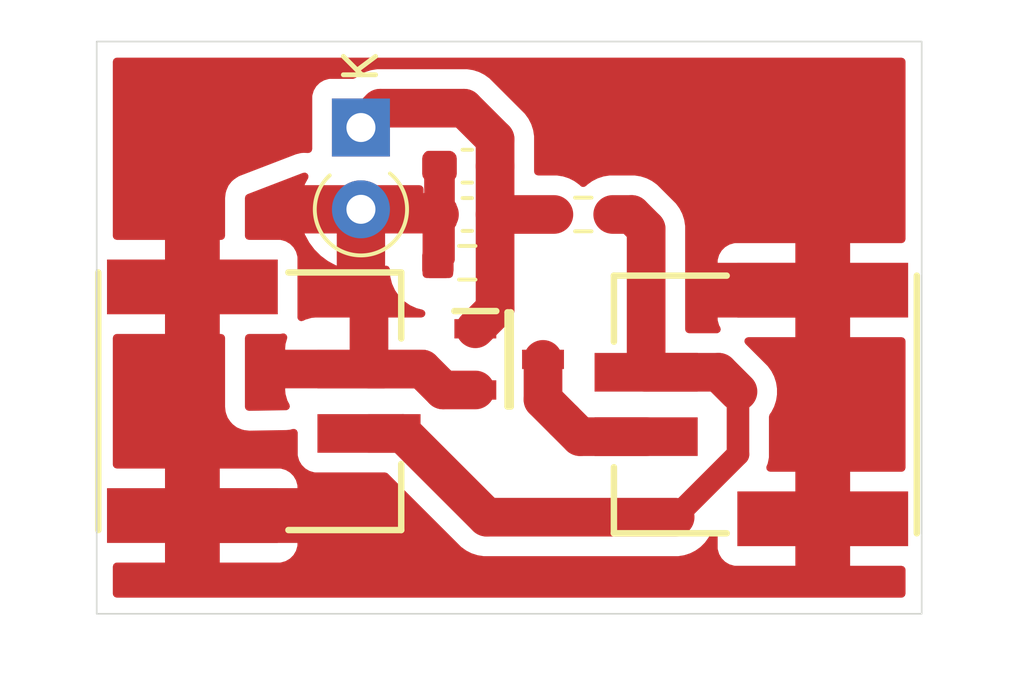
<source format=kicad_pcb>
(kicad_pcb (version 20240108) (generator "pcbnew") (generator_version "8.0")
  (title_block (comment 4 "AISLER Project ID: BCBPYDPW"))
  (layers (0 "F.Cu" signal) (31 "B.Cu" signal) (34 "B.Paste" user) (35 "F.Paste" user) (36 "B.SilkS" user "B.Silkscreen") (37 "F.SilkS" user "F.Silkscreen") (38 "B.Mask" user) (39 "F.Mask" user) (44 "Edge.Cuts" user))
  (net 0 "")
  (net 1 "Net-(DZ1-K)")
  (net 2 "/VBat-")
  (net 3 "/VBat+")
  (net 4 "/Chassi")
  (net 5 "/GND")
  (footprint "Capacitor_SMD:C_0603_1608Metric_Pad1.08x0.95mm_HandSolder" (layer "F.Cu") (at 36.6 45 180)
    (property "Reference" "C1" (hide yes))
    (property "Value" "DNP" (hide yes))
    (fp_line (start -0.146267 0.51) (end 0.146267 0.51) (stroke (width 0.12)) (layer "F.SilkS"))
    (fp_line (start -0.146267 -0.51) (end 0.146267 -0.51) (stroke (width 0.12)) (layer "F.SilkS"))
    (pad "1" smd roundrect (at -0.8625 0 180) (size 1.075 0.95) (layers "F.Cu" "F.Paste" "F.Mask") (net 1 "Net-(DZ1-K)"))
    (pad "2" smd roundrect (at 0.8625 0 180) (size 1.075 0.95) (layers "F.Cu" "F.Paste" "F.Mask") (net 2 "/VBat-"))
  )
  (footprint "SamacSys_Parts:5023520200" (layer "F.Cu") (at 34.55 50.8 -90)
    (property "Reference" "IN_BAT1" (hide yes))
    (property "Value" "502352-0200" (hide yes))
    (fp_line (start -4 9.4) (end 4 9.4) (stroke (width 0.2)) (layer "F.SilkS"))
    (fp_line (start -4 0) (end -4 3.5) (stroke (width 0.2)) (layer "F.SilkS"))
    (fp_line (start -4 0) (end -1.95 0) (stroke (width 0.2)) (layer "F.SilkS"))
    (fp_line (start 4 0) (end 4 3.5) (stroke (width 0.2)) (layer "F.SilkS"))
    (fp_line (start 4 0) (end 1.95 0) (stroke (width 0.2)) (layer "F.SilkS"))
    (pad "1" smd rect (at -1 1 270) (size 1.2 3.2) (layers "F.Cu" "F.Paste" "F.Mask") (net 2 "/VBat-"))
    (pad "2" smd rect (at 1 1 270) (size 1.2 3.2) (layers "F.Cu" "F.Paste" "F.Mask") (net 3 "/VBat+"))
    (pad "3" smd rect (at -3.55 6.48 270) (size 1.7 5.3) (layers "F.Cu" "F.Paste" "F.Mask") (net 4 "/Chassi"))
    (pad "4" smd rect (at 3.55 6.48 270) (size 1.7 5.3) (layers "F.Cu" "F.Paste" "F.Mask") (net 4 "/Chassi"))
  )
  (footprint "Diode_THT:D_A-405_P2.54mm_Vertical_KathodeUp" (layer "F.Cu") (at 33.3 42.3 -90)
    (property "Reference" "DZ1" (hide yes))
    (property "Value" "10V" (hide yes))
    (fp_arc (start 1.426761 -0.9) (mid 3.970816 -0.045469) (end 1.48615 0.968866) (stroke (width 0.12)) (layer "F.SilkS"))
    (fp_text user "K" (at -1.9 0 90) (layer "F.SilkS"))
    (pad "1" thru_hole rect (at 0 0 270) (size 1.8 1.8) (drill 0.9) (layers "*.Cu" "*.Mask") (net 1 "Net-(DZ1-K)"))
    (pad "2" thru_hole oval (at 2.54 0 270) (size 1.8 1.8) (drill 0.9) (layers "*.Cu" "*.Mask") (net 2 "/VBat-"))
  )
  (footprint "SamacSys_Parts:5023520200" (layer "F.Cu") (at 41.15 50.9 90)
    (property "Reference" "OUT1" (hide yes))
    (property "Value" "502352-0200" (hide yes))
    (fp_line (start 4 0) (end 1.95 0) (stroke (width 0.2)) (layer "F.SilkS"))
    (fp_line (start 4 0) (end 4 3.5) (stroke (width 0.2)) (layer "F.SilkS"))
    (fp_line (start -4 0) (end -1.95 0) (stroke (width 0.2)) (layer "F.SilkS"))
    (fp_line (start -4 0) (end -4 3.5) (stroke (width 0.2)) (layer "F.SilkS"))
    (fp_line (start -4 9.4) (end 4 9.4) (stroke (width 0.2)) (layer "F.SilkS"))
    (pad "1" smd rect (at -1 1 90) (size 1.2 3.2) (layers "F.Cu" "F.Paste" "F.Mask") (net 5 "/GND"))
    (pad "2" smd rect (at 1 1 90) (size 1.2 3.2) (layers "F.Cu" "F.Paste" "F.Mask") (net 3 "/VBat+"))
    (pad "3" smd rect (at -3.55 6.48 90) (size 1.7 5.3) (layers "F.Cu" "F.Paste" "F.Mask") (net 4 "/Chassi"))
    (pad "4" smd rect (at 3.55 6.48 90) (size 1.7 5.3) (layers "F.Cu" "F.Paste" "F.Mask") (net 4 "/Chassi"))
  )
  (footprint "SamacSys_Parts:SOT95P237X112-3N" (layer "F.Cu") (at 37.9 49.5)
    (property "Reference" "Q1" (hide yes))
    (property "Value" "IRLML6344TRPBF" (hide yes))
    (fp_line (start -1.7 -1.5) (end -0.4 -1.5) (stroke (width 0.2)) (layer "F.SilkS"))
    (fp_line (start -0.05 -1.46) (end 0.05 -1.46) (stroke (width 0.2)) (layer "F.SilkS"))
    (fp_line (start -0.05 1.46) (end -0.05 -1.46) (stroke (width 0.2)) (layer "F.SilkS"))
    (fp_line (start 0.05 -1.46) (end 0.05 1.46) (stroke (width 0.2)) (layer "F.SilkS"))
    (fp_line (start 0.05 1.46) (end -0.05 1.46) (stroke (width 0.2)) (layer "F.SilkS"))
    (pad "1" smd rect (at -1.05 -0.95 90) (size 0.6 1.3) (layers "F.Cu" "F.Paste" "F.Mask") (net 1 "Net-(DZ1-K)"))
    (pad "2" smd rect (at -1.05 0.95 90) (size 0.6 1.3) (layers "F.Cu" "F.Paste" "F.Mask") (net 2 "/VBat-"))
    (pad "3" smd rect (at 1.05 0 90) (size 0.6 1.3) (layers "F.Cu" "F.Paste" "F.Mask") (net 5 "/GND"))
  )
  (footprint "Resistor_SMD:R_0603_1608Metric_Pad0.98x0.95mm_HandSolder" (layer "F.Cu") (at 36.6 46.5 180)
    (property "Reference" "R1" (hide yes))
    (property "Value" "100k" (hide yes))
    (fp_line (start -0.254724 0.5225) (end 0.254724 0.5225) (stroke (width 0.12)) (layer "F.SilkS"))
    (fp_line (start -0.254724 -0.5225) (end 0.254724 -0.5225) (stroke (width 0.12)) (layer "F.SilkS"))
    (pad "1" smd roundrect (at -0.9125 0 180) (size 0.975 0.95) (layers "F.Cu" "F.Paste" "F.Mask") (net 1 "Net-(DZ1-K)"))
    (pad "2" smd roundrect (at 0.9125 0 180) (size 0.975 0.95) (layers "F.Cu" "F.Paste" "F.Mask") (net 2 "/VBat-"))
  )
  (footprint "Capacitor_SMD:C_0603_1608Metric_Pad1.08x0.95mm_HandSolder" (layer "F.Cu") (at 36.6 43.5 180)
    (property "Reference" "C2" (hide yes))
    (property "Value" "1u" (hide yes))
    (fp_line (start -0.146267 0.51) (end 0.146267 0.51) (stroke (width 0.12)) (layer "F.SilkS"))
    (fp_line (start -0.146267 -0.51) (end 0.146267 -0.51) (stroke (width 0.12)) (layer "F.SilkS"))
    (pad "1" smd roundrect (at -0.8625 0 180) (size 1.075 0.95) (layers "F.Cu" "F.Paste" "F.Mask") (net 1 "Net-(DZ1-K)"))
    (pad "2" smd roundrect (at 0.8625 0 180) (size 1.075 0.95) (layers "F.Cu" "F.Paste" "F.Mask") (net 2 "/VBat-"))
  )
  (footprint "Resistor_SMD:R_0603_1608Metric_Pad0.98x0.95mm_HandSolder" (layer "F.Cu") (at 40.2 45 180)
    (property "Reference" "R2" (hide yes))
    (property "Value" "51k" (hide yes))
    (fp_line (start -0.254724 0.5225) (end 0.254724 0.5225) (stroke (width 0.12)) (layer "F.SilkS"))
    (fp_line (start -0.254724 -0.5225) (end 0.254724 -0.5225) (stroke (width 0.12)) (layer "F.SilkS"))
    (pad "1" smd roundrect (at -0.9125 0 180) (size 0.975 0.95) (layers "F.Cu" "F.Paste" "F.Mask") (net 3 "/VBat+"))
    (pad "2" smd roundrect (at 0.9125 0 180) (size 0.975 0.95) (layers "F.Cu" "F.Paste" "F.Mask") (net 1 "Net-(DZ1-K)"))
  )
  (gr_rect (start 25.1 39.63) (end 50.7 57.4) (stroke (width 0.05)) (fill none) (layer "Edge.Cuts"))
  (segment (start 37.4625 46.45) (end 37.5125 46.5) (width 0.7) (layer "F.Cu") (net 1))
  (segment (start 37.5 46.5125) (end 37.5125 46.5) (width 0.7) (layer "F.Cu") (net 1))
  (segment (start 33.9 41.7) (end 36.5 41.7) (width 1.2) (layer "F.Cu") (net 1))
  (segment (start 37.4625 43.5) (end 37.4625 46.45) (width 0.7) (layer "F.Cu") (net 1))
  (segment (start 37.4625 47.9375) (end 36.85 48.55) (width 1.2) (layer "F.Cu") (net 1))
  (segment (start 36.5 41.7) (end 37.4625 42.6625) (width 1.2) (layer "F.Cu") (net 1))
  (segment (start 33.3 42.3) (end 33.9 41.7) (width 1.2) (layer "F.Cu") (net 1))
  (segment (start 37.4625 45) (end 39.2875 45) (width 1.2) (layer "F.Cu") (net 1))
  (segment (start 37.5 47.9) (end 37.5 46.5125) (width 0.7) (layer "F.Cu") (net 1))
  (segment (start 37.4625 43.5) (end 37.4625 47.9375) (width 1.2) (layer "F.Cu") (net 1))
  (segment (start 37.4625 42.6625) (end 37.4625 43.5) (width 1.2) (layer "F.Cu") (net 1))
  (segment (start 35.5775 44.84) (end 35.7375 45) (width 1.2) (layer "F.Cu") (net 2))
  (segment (start 35.2 49.8) (end 35.85 50.45) (width 1.2) (layer "F.Cu") (net 2))
  (segment (start 33.46 45) (end 33.3 44.84) (width 0.7) (layer "F.Cu") (net 2))
  (segment (start 35.7375 43.5) (end 35.7375 46.45) (width 0.7) (layer "F.Cu") (net 2))
  (segment (start 35.7375 46.45) (end 35.6875 46.5) (width 0.7) (layer "F.Cu") (net 2))
  (segment (start 33.55 49.8) (end 35.2 49.8) (width 1.2) (layer "F.Cu") (net 2))
  (segment (start 35.85 50.45) (end 36.85 50.45) (width 1.2) (layer "F.Cu") (net 2))
  (segment (start 37.2 54.4) (end 43.05 54.4) (width 1.2) (layer "F.Cu") (net 3))
  (segment (start 43.05 54.4) (end 45 52.45) (width 0.7) (layer "F.Cu") (net 3))
  (segment (start 42.15 49.9) (end 44.4 49.9) (width 1.2) (layer "F.Cu") (net 3))
  (segment (start 41.7 45) (end 42.15 45.45) (width 1.2) (layer "F.Cu") (net 3))
  (segment (start 34.6 51.8) (end 37.2 54.4) (width 1.2) (layer "F.Cu") (net 3))
  (segment (start 33.55 51.8) (end 34.6 51.8) (width 1.2) (layer "F.Cu") (net 3))
  (segment (start 41.1125 45) (end 41.7 45) (width 1.2) (layer "F.Cu") (net 3))
  (segment (start 42.15 45.45) (end 42.15 49.9) (width 1.2) (layer "F.Cu") (net 3))
  (segment (start 45 52.45) (end 45 50.5) (width 0.7) (layer "F.Cu") (net 3))
  (segment (start 44.4 49.9) (end 45 50.5) (width 1.2) (layer "F.Cu") (net 3))
  (segment (start 40.1 51.9) (end 42.15 51.9) (width 1.2) (layer "F.Cu") (net 5))
  (segment (start 39.6 51.4) (end 38.95 50.75) (width 1.2) (layer "F.Cu") (net 5))
  (segment (start 38.95 50.75) (end 38.95 49.5) (width 1.2) (layer "F.Cu") (net 5))
  (segment (start 39.6 51.4) (end 40.1 51.9) (width 1.2) (layer "F.Cu") (net 5))
  (zone (net 4) (net_name "/Chassi") (layer "F.Cu") (connect_pads (clearance 0.61)) (min_thickness 0.25) (fill yes (thermal_gap 0.61) (thermal_bridge_width 2))
    (polygon (pts (xy 22.1 38.34) (xy 53.9 38.44) (xy 52.5 59.4) (xy 22.7 58.1) (xy 22.3 40.3)))
  )
  (zone (net 2) (net_name "/VBat-") (layer "F.Cu") (priority 1) (connect_pads (clearance 0.61)) (min_thickness 0.25) (fill yes (thermal_gap 1) (thermal_bridge_width 1.5))
    (polygon (pts (xy 35.95 51) (xy 29.7 51.1) (xy 29.7 44.4) (xy 32.3 43.4) (xy 34.5 43.4) (xy 34.95 42.77) (xy 36.6 42.77) (xy 36.5 47.5) (xy 35.95 47.8)))
  )
)
</source>
